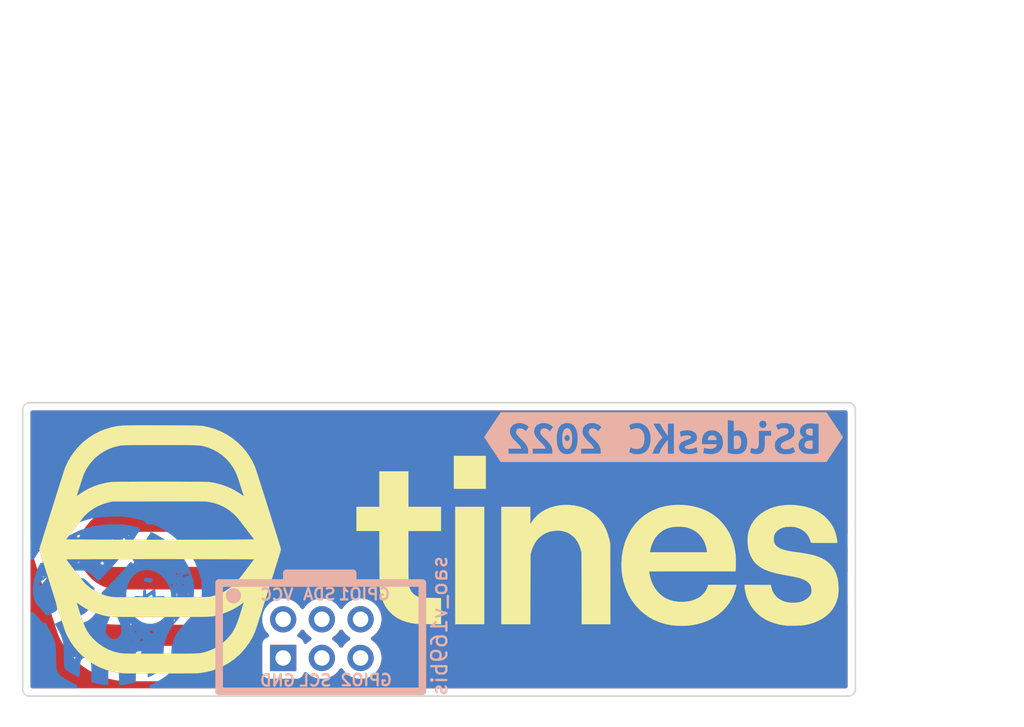
<source format=kicad_pcb>
(kicad_pcb (version 20211014) (generator pcbnew)
  (layers (0 "F.Cu" signal) (31 "B.Cu" signal) (34 "B.Paste" user) (35 "F.Paste" user) (36 "B.SilkS" user "B.Silkscreen") (37 "F.SilkS" user "F.Silkscreen") (38 "B.Mask" user) (39 "F.Mask" user) (44 "Edge.Cuts" user))
  (net 0 "")
  (footprint "LOGO" (layer "F.Cu") (at 134.0348 71.0157)
    (fp_text reference "G***" hide)
    (fp_text value "LOGO" hide)
  )
  (footprint "LOGO" (layer "F.Cu") (at 134.0348 71.0157)
    (fp_text reference "G***" hide)
    (fp_text value "LOGO" hide)
  )
  (footprint "LOGO" (layer "F.Cu") (at 134.0348 71.0157)
    (fp_text reference "G***" hide)
    (fp_text value "LOGO" hide)
  )
  (footprint "BadgePirates:Badgelife-SAOv169-SAO_Side_B.SLK" (layer "F.Cu") (at 144.3482 111.6076)
    (fp_text reference "X1" hide)
    (fp_text value "sao_v169bis")
  )
  (footprint "LOGO" (layer "F.Cu") (at 134.0348 71.0157)
    (fp_text reference "G***" hide)
    (fp_text value "LOGO" hide)
  )
  (footprint "LOGO" (layer "F.Cu") (at 134.0348 71.0157)
    (fp_text reference "G***" hide)
    (fp_text value "LOGO" hide)
  )
  (footprint "LOGO" (layer "F.Cu") (at 134.0348 71.0157)
    (fp_text reference "G***" hide)
    (fp_text value "LOGO" hide)
  )
  (footprint "LOGO" (layer "F.Cu") (at 134.0348 71.0157)
    (fp_text reference "G***" hide)
    (fp_text value "LOGO" hide)
  )
  (footprint "kibuzzard-63168805" (layer "B.Cu") (at 167.1574 98.298 180)
    (fp_text reference "kibuzzard-63168805" hide)
    (fp_text value "G***" hide)
  )
  (footprint "BadgePiratesLogos:BPSkull_Distressed_F.CU" (layer "B.Cu") (at 131.0894 109.2962 180)
    (fp_text reference "G***" hide)
    (fp_text value "BP LOGO" hide)
  )
  (gr_line (start 125.1863 96.2325) (end 125.2404 96.167) (layer "Edge.Cuts") (width 0.1))
  (gr_line (start 179.2967 115.298) (end 125.5541 115.298) (layer "Edge.Cuts") (width 0.1))
  (gr_line (start 179.2967 96.0374) (end 179.3863 96.0464) (layer "Edge.Cuts") (width 0.1))
  (gr_line (start 125.3059 96.1129) (end 125.3812 96.0721) (layer "Edge.Cuts") (width 0.1))
  (gr_line (start 125.1108 96.4808) (end 125.1198 96.3912) (layer "Edge.Cuts") (width 0.1))
  (gr_line (start 179.6646 96.2325) (end 179.7053 96.3079) (layer "Edge.Cuts") (width 0.1))
  (gr_line (start 179.6646 115.1029) (end 179.6105 115.1685) (layer "Edge.Cuts") (width 0.1))
  (gr_line (start 125.1863 115.1029) (end 125.1455 115.0276) (layer "Edge.Cuts") (width 0.1))
  (gr_line (start 179.7401 96.4808) (end 179.7401 114.8547) (layer "Edge.Cuts") (width 0.1))
  (gr_line (start 125.1455 96.3079) (end 125.1863 96.2325) (layer "Edge.Cuts") (width 0.1))
  (gr_line (start 125.5541 96.0374) (end 179.2967 96.0374) (layer "Edge.Cuts") (width 0.1))
  (gr_line (start 179.7401 114.8547) (end 179.7311 114.9443) (layer "Edge.Cuts") (width 0.1))
  (gr_line (start 125.3812 115.2633) (end 125.3059 115.2225) (layer "Edge.Cuts") (width 0.1))
  (gr_line (start 179.6105 96.167) (end 179.6646 96.2325) (layer "Edge.Cuts") (width 0.1))
  (gr_line (start 125.2404 96.167) (end 125.3059 96.1129) (layer "Edge.Cuts") (width 0.1))
  (gr_line (start 179.4696 115.2633) (end 179.3863 115.2891) (layer "Edge.Cuts") (width 0.1))
  (gr_line (start 179.7311 96.3912) (end 179.7401 96.4808) (layer "Edge.Cuts") (width 0.1))
  (gr_line (start 125.3059 115.2225) (end 125.2404 115.1685) (layer "Edge.Cuts") (width 0.1))
  (gr_line (start 125.4646 115.2891) (end 125.3812 115.2633) (layer "Edge.Cuts") (width 0.1))
  (gr_line (start 125.5541 96.0374) (end 125.5541 96.0374) (layer "Edge.Cuts") (width 0.1))
  (gr_line (start 125.2404 115.1685) (end 125.1863 115.1029) (layer "Edge.Cuts") (width 0.1))
  (gr_line (start 125.4646 96.0464) (end 125.5541 96.0374) (layer "Edge.Cuts") (width 0.1))
  (gr_line (start 179.7053 96.3079) (end 179.7311 96.3912) (layer "Edge.Cuts") (width 0.1))
  (gr_line (start 125.5541 96.0374) (end 125.5541 96.0374) (layer "Edge.Cuts") (width 0.1))
  (gr_line (start 179.3863 96.0464) (end 179.4696 96.0721) (layer "Edge.Cuts") (width 0.1))
  (gr_line (start 125.3812 96.0721) (end 125.4646 96.0464) (layer "Edge.Cuts") (width 0.1))
  (gr_line (start 125.1455 115.0276) (end 125.1198 114.9443) (layer "Edge.Cuts") (width 0.1))
  (gr_line (start 179.6105 115.1685) (end 179.5449 115.2225) (layer "Edge.Cuts") (width 0.1))
  (gr_line (start 179.4696 96.0721) (end 179.5449 96.1129) (layer "Edge.Cuts") (width 0.1))
  (gr_line (start 125.1198 114.9443) (end 125.1108 114.8547) (layer "Edge.Cuts") (width 0.1))
  (gr_line (start 179.3863 115.2891) (end 179.2967 115.298) (layer "Edge.Cuts") (width 0.1))
  (gr_line (start 179.5449 115.2225) (end 179.4696 115.2633) (layer "Edge.Cuts") (width 0.1))
  (gr_line (start 125.1108 114.8547) (end 125.1108 96.4808) (layer "Edge.Cuts") (width 0.1))
  (gr_line (start 179.7311 114.9443) (end 179.7053 115.0276) (layer "Edge.Cuts") (width 0.1))
  (gr_line (start 125.5541 115.298) (end 125.4646 115.2891) (layer "Edge.Cuts") (width 0.1))
  (gr_line (start 125.1198 96.3912) (end 125.1455 96.3079) (layer "Edge.Cuts") (width 0.1))
  (gr_line (start 179.5449 96.1129) (end 179.6105 96.167) (layer "Edge.Cuts") (width 0.1))
  (gr_line (start 179.7053 115.0276) (end 179.6646 115.1029) (layer "Edge.Cuts") (width 0.1))
  (zone (net 0) (net_name "") (layers F&B.Cu) (connect_pads (clearance 0.508)) (min_thickness 0.254) (fill yes (thermal_gap 0.508) (thermal_bridge_width 0.508))
    (polygon (pts (xy 181.3306 117.348) (xy 123.6218 117.1956) (xy 123.9012 94.4118) (xy 181.5592 94.2848)))
  )
)
</source>
